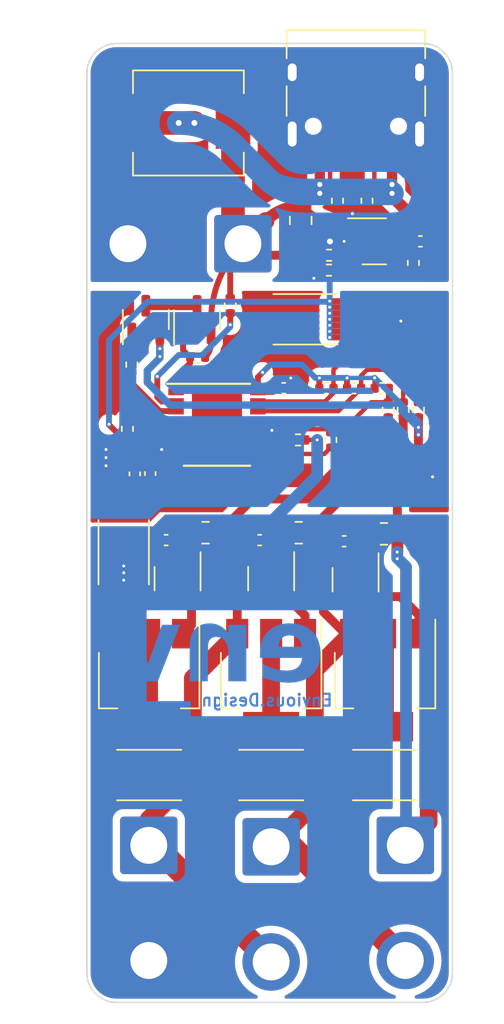
<source format=kicad_pcb>
(kicad_pcb (version 20221018) (generator pcbnew)
  (layers (0 "F.Cu" signal) (31 "B.Cu" signal) (34 "B.Paste" user) (35 "F.Paste" user) (36 "B.SilkS" user "B.Silkscreen") (37 "F.SilkS" user "F.Silkscreen") (38 "B.Mask" user) (39 "F.Mask" user) (44 "Edge.Cuts" user))
  (net 0 "")
  (net 1 "Net-(BAT1-Pin_1)")
  (net 2 "GND")
  (net 3 "Net-(U3-VDD)")
  (net 4 "VBUS")
  (net 5 "+12V")
  (net 6 "Net-(J1-CC1)")
  (net 10 "Net-(J1-CC2)")
  (net 14 "Net-(Q1-G)")
  (net 15 "Net-(Q1-D)")
  (net 16 "Net-(Q2-G)")
  (net 17 "Net-(Q3-G)")
  (net 18 "Net-(Q3-D)")
  (net 19 "Net-(Q4-G)")
  (net 20 "Net-(Q4-D)")
  (net 21 "Net-(Q5-G)")
  (net 32 "Net-(U9-VMP)")
  (net 33 "Net-(U9-VCC2)")
  (net 34 "Net-(U9-VCC1)")
  (net 35 "Net-(U9-DOP)")
  (net 36 "Net-(U4-FB)")
  (net 37 "Net-(U2-VDD)")
  (net 38 "Net-(Q2-D)")
  (net 39 "Net-(BAT2-Pin_1)")
  (net 42 "Net-(U9-VINI)")
  (net 43 "Net-(U9-VCC3)")
  (net 44 "Net-(U9-SEL)")
  (net 45 "Net-(U9-CTL)")
  (net 46 "Net-(U9-CDT)")
  (net 47 "Net-(U9-CCT)")
  (net 48 "Net-(U4-EN)")
  (net 49 "Net-(U1-VDD)")
  (net 50 "Net-(BAT1-Pin_2)")
  (net 51 "/VDD")
  (net 52 "/VSS")
  (footprint "Package_TO_SOT_SMD:SOT-223-3_TabPin2" (layer "F.Cu") (at 37.975 61.875 -90)
    (fp_text reference "Q3")
    (fp_text value "BSP89")
  )
  (footprint "Capacitor_SMD:C_0402_1005Metric" (layer "F.Cu") (at 37.75 42.1)
    (fp_text reference "C8")
    (fp_text value "0.1uF 0402")
  )
  (footprint "Resistor_SMD:R_0402_1005Metric" (layer "F.Cu") (at 20.8 40.5 90)
    (fp_text reference "R21")
    (fp_text value "5.1K 0402")
  )
  (footprint "Resistor_SMD:R_0402_1005Metric" (layer "F.Cu") (at 34.18 33.09)
    (fp_text reference "R10")
    (fp_text value "62K 0402")
  )
  (footprint "Capacitor_SMD:C_0402_1005Metric" (layer "F.Cu") (at 29.475 52.3875 180)
    (fp_text reference "C2")
    (fp_text value "0.1uF 0402")
  )
  (footprint "Capacitor_SMD:C_0402_1005Metric" (layer "F.Cu") (at 35.2 52.4625 180)
    (fp_text reference "C3")
    (fp_text value "0.1uF 0402")
  )
  (footprint "Resistor_SMD:R_0805_2012Metric" (layer "F.Cu") (at 25.8 51.8875 180)
    (fp_text reference "R2")
    (fp_text value "100 0805")
  )
  (footprint "Package_TO_SOT_SMD:SOT-23-6" (layer "F.Cu") (at 30.25 55 -90)
    (fp_text reference "U2")
    (fp_text value "HY2213")
  )
  (footprint "Resistor_SMD:R_2512_6332Metric" (layer "F.Cu") (at 20.25 53.2125 90)
    (fp_text reference "R103")
    (fp_text value "51r 2512")
  )
  (footprint "Resistor_SMD:R_2512_6332Metric" (layer "F.Cu") (at 37.975 68.3 180)
    (fp_text reference "R6")
    (fp_text value "47 2512")
  )
  (footprint "Connector_USB:USB_C_Receptacle_HRO_TYPE-C-31-M-12" (layer "F.Cu") (at 36 21.75 180)
    (fp_text reference "J1")
    (fp_text value "USB_C_Receptacle_USB2.0")
  )
  (footprint "Connector_Wire:SolderWire-2sqmm_1x02_P7.8mm_D2mm_OD3.9mm" (layer "F.Cu") (at 30.25 73.1625 -90)
    (fp_text reference "BAT2")
    (fp_text value "Conn_01x02")
  )
  (footprint "Capacitor_SMD:C_0402_1005Metric" (layer "F.Cu") (at 22.05 47.88 -90)
    (fp_text reference "C9")
    (fp_text value "0.1uF 0402")
  )
  (footprint "Resistor_SMD:R_0402_1005Metric" (layer "F.Cu") (at 20.5 44.85 90)
    (fp_text reference "R20")
    (fp_text value "1K 0402")
  )
  (footprint "Inductor_SMD:L_Sunlord_MWSA0605S" (layer "F.Cu") (at 24.638 24.13)
    (fp_text reference "L1")
    (fp_text value "22uH 10A ")
  )
  (footprint "Resistor_SMD:R_0402_1005Metric" (layer "F.Cu") (at 34.75 29.4 90)
    (fp_text reference "R9")
    (fp_text value "5.1K 0402")
  )
  (footprint "Resistor_SMD:R_0805_2012Metric" (layer "F.Cu") (at 37.9 51.9625 180)
    (fp_text reference "R5")
    (fp_text value "100 0805")
  )
  (footprint "Package_TO_SOT_SMD:SOT-23-6" (layer "F.Cu") (at 37.25 32.15)
    (fp_text reference "U4")
    (fp_text value "MT3608")
  )
  (footprint "Package_TO_SOT_SMD:SOT-23" (layer "F.Cu") (at 25.225 37.4625 90)
    (fp_text reference "Q4")
    (fp_text value "AO3401A")
  )
  (footprint "Capacitor_SMD:C_0402_1005Metric" (layer "F.Cu") (at 23.125 52.3875 180)
    (fp_text reference "C1")
    (fp_text value "0.1uF 0402")
  )
  (footprint "Resistor_SMD:R_0402_1005Metric" (layer "F.Cu") (at 25.259999 40)
    (fp_text reference "R23")
    (fp_text value "1M 0402")
  )
  (footprint "Connector_Wire:SolderWire-2sqmm_1x02_P7.8mm_D2mm_OD3.9mm" (layer "F.Cu") (at 39.35 73.0625 -90)
    (fp_text reference "BAT3")
    (fp_text value "Conn_01x02")
  )
  (footprint "Package_SO:HTSSOP-16-1EP_4.4x5mm_P0.65mm_EP3.4x5mm" (layer "F.Cu") (at 26.575 44.625)
    (fp_text reference "U9")
    (fp_text value "8254")
  )
  (footprint "Capacitor_SMD:C_0402_1005Metric" (layer "F.Cu") (at 31.105 42.1)
    (fp_text reference "C11")
    (fp_text value "2.2uF 0402")
  )
  (footprint "Capacitor_SMD:C_0402_1005Metric" (layer "F.Cu") (at 35.875 42.1)
    (fp_text reference "C7")
    (fp_text value "0.1uF 0402")
  )
  (footprint "Resistor_SMD:R_2512_6332Metric" (layer "F.Cu") (at 21.975001 68.3 180)
    (fp_text reference "R1")
    (fp_text value "47 2512")
  )
  (footprint "Capacitor_SMD:C_0402_1005Metric" (layer "F.Cu") (at 34 42.1)
    (fp_text reference "C6")
    (fp_text value "0.1uF 0402")
  )
  (footprint "Package_TO_SOT_SMD:SOT-223-3_TabPin2" (layer "F.Cu") (at 21.975001 61.875 -90)
    (fp_text reference "Q1")
    (fp_text value "BSP89")
  )
  (footprint "Resistor_SMD:R_0402_1005Metric" (layer "F.Cu") (at 36.75 29.4 90)
    (fp_text reference "R8")
    (fp_text value "5.1K 0402")
  )
  (footprint "Resistor_SMD:R_0402_1005Metric" (layer "F.Cu") (at 32.075 45.6)
    (fp_text reference "R19")
    (fp_text value "1K 0402")
  )
  (footprint "Package_TO_SOT_SMD:SOT-223-3_TabPin2" (layer "F.Cu") (at 30.25 61.875 -90)
    (fp_text reference "Q2")
    (fp_text value "BSP89")
  )
  (footprint "Resistor_SMD:R_0402_1005Metric" (layer "F.Cu") (at 38.19 43.56 -90)
    (fp_text reference "R25")
    (fp_text value "1K 0402")
  )
  (footprint "Capacitor_SMD:C_0805_2012Metric" (layer "F.Cu") (at 32.258 30.734 -90)
    (fp_text reference "C5")
    (fp_text value "22uF 0805 25V")
  )
  (footprint "Package_TO_SOT_SMD:SOT-23-6" (layer "F.Cu") (at 35.975 55.074999 -90)
    (fp_text reference "U3")
    (fp_text value "HY2213")
  )
  (footprint "Resistor_SMD:R_0402_1005Metric" (layer "F.Cu") (at 40.24 43.56 -90)
    (fp_text reference "R27")
    (fp_text value "1K 0402")
  )
  (footprint "Resistor_SMD:R_0402_1005Metric" (layer "F.Cu") (at 34.17 34.1 180)
    (fp_text reference "R11")
    (fp_text value "3K 0402")
  )
  (footprint "Resistor_SMD:R_0402_1005Metric" (layer "F.Cu") (at 39.21 43.56 -90)
    (fp_text reference "R26")
    (fp_text value "1K 0402")
  )
  (footprint "Package_TO_SOT_SMD:SOT-23-6" (layer "F.Cu") (at 23.9 55 -90)
    (fp_text reference "U1")
    (fp_text value "HY2213")
  )
  (footprint "Resistor_SMD:R_0402_1005Metric" (layer "F.Cu") (at 39.9 33.61 90)
    (fp_text reference "R7")
    (fp_text value "10K 0402")
  )
  (footprint "Connector_Wire:SolderWire-2sqmm_1x02_P7.8mm_D2mm_OD3.9mm" (layer "F.Cu") (at 28.3348 32.3088 180)
    (fp_text reference "J101")
    (fp_text value "Conn_01x02")
  )
  (footprint "Package_TO_SOT_SMD:SOT-23" (layer "F.Cu") (at 21.75 37.45 90)
    (fp_text reference "Q5")
    (fp_text value "AO3401A")
  )
  (footprint "Resistor_SMD:R_0402_1005Metric" (layer "F.Cu") (at 27.475 36.5 90)
    (fp_text reference "R22")
    (fp_text value "5.1K 0402")
  )
  (footprint "Capacitor_SMD:C_0402_1005Metric" (layer "F.Cu") (at 21 47.9 -90)
    (fp_text reference "C10")
    (fp_text value "0.1uF 0402")
  )
  (footprint "Connector_Wire:SolderWire-2sqmm_1x02_P7.8mm_D2mm_OD3.9mm" (layer "F.Cu") (at 21.95 73.0625 -90)
    (fp_text reference "BAT1")
    (fp_text value "Conn_01x02")
  )
  (footprint "Resistor_SMD:R_0402_1005Metric" (layer "F.Cu") (at 34.3 45.6 90)
    (fp_text reference "R18")
    (fp_text value "1K 0402")
  )
  (footprint "Resistor_SMD:R_2512_6332Metric" (layer "F.Cu") (at 32.58 37.43 180)
    (fp_text reference "R24")
    (fp_text value "0r 2512")
  )
  (footprint "Resistor_SMD:R_2512_6332Metric" (layer "F.Cu") (at 30.25 68.3 180)
    (fp_text reference "R4")
    (fp_text value "47 2512")
  )
  (footprint "Capacitor_SMD:C_0402_1005Metric" (layer "F.Cu") (at 40.37 32.15)
    (fp_text reference "C4")
    (fp_text value "22uF 0402")
  )
  (footprint "Resistor_SMD:R_0805_2012Metric" (layer "F.Cu") (at 32.124999 51.8875 180)
    (fp_text reference "R3")
    (fp_text value "100 0805")
  )
  (gr_arc (start 17.75 20.75) (mid 18.335786 19.335786) (end 19.75 18.75) (stroke (width 0.1)) (layer "Edge.Cuts"))
  (gr_line (start 40.55 83.7) (end 19.75 83.7) (stroke (width 0.1)) (layer "Edge.Cuts"))
  (gr_line (start 42.55 20.75) (end 42.55 81.7) (stroke (width 0.1)) (layer "Edge.Cuts"))
  (gr_arc (start 19.75 83.7) (mid 18.335786 83.114214) (end 17.75 81.7) (stroke (width 0.1)) (layer "Edge.Cuts"))
  (gr_arc (start 40.55 18.75) (mid 41.964214 19.335786) (end 42.55 20.75) (stroke (width 0.1)) (layer "Edge.Cuts"))
  (gr_line (start 17.75 81.7) (end 17.75 20.75) (stroke (width 0.1)) (layer "Edge.Cuts"))
  (gr_arc (start 42.55 81.7) (mid 41.964214 83.114214) (end 40.55 83.7) (stroke (width 0.1)) (layer "Edge.Cuts"))
  (gr_line (start 19.75 18.75) (end 40.55 18.75) (stroke (width 0.1)) (layer "Edge.Cuts"))
  (gr_text "env" (at 33.9 62.8) (layer "B.Cu") (effects (font (size 5 5) (thickness 0.15) bold) (justify left bottom mirror)))
  (gr_text "Envious.Design" (at 34.5 63.7) (layer "B.Cu") (effects (font (size 0.8 0.8) (thickness 0.15) bold) (justify left bottom mirror)))
  (segment (start 27.95 55.2125) (end 29.3 53.8625) (width 0.6) (layer "F.Cu") (net 1))
  (segment (start 21.95 71.287501) (end 24.937501 68.3) (width 1.2) (layer "F.Cu") (net 1))
  (segment (start 30.55 49.6) (end 32.66 49.6) (width 0.6) (layer "F.Cu") (net 1))
  (segment (start 28.495 51.8875) (end 27.75 51.8875) (width 0.6) (layer "F.Cu") (net 1))
  (segment (start 26.7125 51.8875) (end 27.75 51.8875) (width 0.6) (layer "F.Cu") (net 1))
  (segment (start 26.7125 51.8875) (end 27.25 51.8875) (width 0.4) (layer "F.Cu") (net 1))
  (segment (start 24.937501 68.3) (end 24.937501 61.737499) (width 1.2) (layer "F.Cu") (net 1))
  (segment (start 21.95 73.0625) (end 22.35 73.0625) (width 1.6) (layer "F.Cu") (net 1))
  (segment (start 31 49.6) (end 32.66 49.6) (width 0.4) (layer "F.Cu") (net 1))
  (segment (start 32.66 49.6) (end 33.93 48.33) (width 0.6) (layer "F.Cu") (net 1))
  (segment (start 28.995 52.3875) (end 28.495 51.8875) (width 0.6) (layer "F.Cu") (net 1))
  (segment (start 33.93 48.33) (end 38.19 44.07) (width 0.6) (layer "F.Cu") (net 1))
  (segment (start 26.7125 51.8875) (end 29 49.6) (width 0.6) (layer "F.Cu") (net 1))
  (segment (start 21.95 73.0625) (end 21.95 71.287501) (width 1.2) (layer "F.Cu") (net 1))
  (segment (start 28.995 53.5575) (end 28.995 52.3875) (width 0.6) (layer "F.Cu") (net 1))
  (segment (start 29 49.6) (end 30.55 49.6) (width 0.6) (layer "F.Cu") (net 1))
  (segment (start 27.95 58.725) (end 27.95 55.2125) (width 0.6) (layer "F.Cu") (net 1))
  (segment (start 30.55 49.6) (end 31 49.6) (width 0.6) (layer "F.Cu") (net 1))
  (segment (start 24.937501 61.737499) (end 27.95 58.725) (width 1.2) (layer "F.Cu") (net 1))
  (segment (start 29.3 53.8625) (end 28.995 53.5575) (width 0.6) (layer "F.Cu") (net 1))
  (segment (start 22.35 73.0625) (end 30.25 80.9625) (width 1.6) (layer "F.Cu") (net 1))
  (segment (start 27.75 51.8875) (end 27.25 51.8875) (width 0.6) (layer "F.Cu") (net 1))
  (segment (start 35.2 32.15) (end 35.22 32.13) (width 0.6) (layer "F.Cu") (net 2))
  (segment (start 20.04 45.36) (end 19.37 44.69) (width 0.4) (layer "F.Cu") (net 2))
  (segment (start 32.75 25.795) (end 32.595 25.795) (width 0.4) (layer "F.Cu") (net 2))
  (segment (start 36.1125 32.15) (end 34.2456 32.15) (width 0.6) (layer "F.Cu") (net 2))
  (segment (start 37.2364 30.6832) (end 37.2364 31.670114) (width 0.15) (layer "F.Cu") (net 2))
  (segment (start 39.25 25.795) (end 39.405 25.795) (width 0.4) (layer "F.Cu") (net 2))
  (segment (start 35.5425 37.02) (end 35.5425 37.43) (width 0.4) (layer "F.Cu") (net 2))
  (segment (start 35.5425 38.25) (end 35.5425 37.43) (width 0.4) (layer "F.Cu") (net 2))
  (segment (start 35.5425 37.84) (end 35.5425 37.43) (width 0.4) (layer "F.Cu") (net 2))
  (segment (start 19.25 44.57) (end 19.25 44.54) (width 0.4) (layer "F.Cu") (net 2))
  (segment (start 36.1125 32.15) (end 36.756514 32.15) (width 0.15) (layer "F.Cu") (net 2))
  (segment (start 34.22 36.61) (end 35.5425 36.61) (width 0.4) (layer "F.Cu") (net 2))
  (segment (start 35.5425 36.61) (end 35.5425 37.43) (width 0.4) (layer "F.Cu") (net 2))
  (segment (start 36.0925 32.13) (end 36.1125 32.15) (width 0.6) (layer "F.Cu") (net 2))
  (segment (start 34.2456 32.15) (end 34.2392 32.1564) (width 0.6) (layer "F.Cu") (net 2))
  (segment (start 35.22 32.13) (end 36.0925 32.13) (width 0.6) (layer "F.Cu") (net 2))
  (segment (start 34.22 36.2) (end 35.5425 36.2) (width 0.4) (layer "F.Cu") (net 2))
  (segment (start 34.22 37.02) (end 35.5425 37.02) (width 0.4) (layer "F.Cu") (net 2))
  (segment (start 35.5425 36.2) (end 35.5425 37.43) (width 0.4) (layer "F.Cu") (net 2))
  (segment (start 34.22 37.84) (end 35.5425 37.84) (width 0.4) (layer "F.Cu") (net 2))
  (segment (start 34.22 38.66) (end 35.5425 38.66) (width 0.4) (layer "F.Cu") (net 2))
  (segment (start 34.65 32.13) (end 35.18 32.13) (width 0.6) (layer "F.Cu") (net 2))
  (segment (start 34.22 38.25) (end 35.5425 38.25) (width 0.4) (layer "F.Cu") (net 2))
  (segment (start 34.22 37.43) (end 35.5425 37.43) (width 0.4) (layer "F.Cu") (net 2))
  (segment (start 35.5425 38.66) (end 35.5425 37.43) (width 0.4) (layer "F.Cu") (net 2))
  (segment (start 19.37 44.69) (end 19.25 44.57) (width 0.4) (layer "F.Cu") (net 2))
  (segment (start 20.5 45.36) (end 20.04 45.36) (width 0.4) (layer "F.Cu") (net 2))
  (segment (start 34.2392 32.1564) (end 34.2328 32.15) (width 0.6) (layer "F.Cu") (net 2))
  (segment (start 36.75 29.91) (end 37.033601 30.193601) (width 0.15) (layer "F.Cu") (net 2))
  (segment (start 35.18 32.13) (end 35.2 32.15) (width 0.6) (layer "F.Cu") (net 2))
  (segment (start 34.2328 32.15) (end 33.383023 32.15) (width 0.6) (layer "F.Cu") (net 2))
  (via (at 35.7632 30.2768) (size 0.4) (drill 0.2) (layers "F.Cu" "B.Cu") (net 2))
  (via (at 34.22 36.2) (size 0.4) (drill 0.2) (layers "F.Cu" "B.Cu") (net 2))
  (via (at 34.22 37.02) (size 0.4) (drill 0.2) (layers "F.Cu" "B.Cu") (net 2))
  (via (at 34.2392 32.1564) (size 0.8) (drill 0.4) (layers "F.Cu" "B.Cu") (net 2))
  (via (at 19.25 44.54) (size 0.4) (drill 0.2) (layers "F.Cu" "B.Cu") (net 2))
  (via (at 34.22 38.25) (size 0.4) (drill 0.2) (layers "F.Cu" "B.Cu") (net 2))
  (via (at 33.15 34.65) (size 0.4) (drill 0.2) (layers "F.Cu" "B.Cu") (net 2))
  (via (at 34.22 36.61) (size 0.4) (drill 0.2) (layers "F.Cu" "B.Cu") (net 2))
  (via (at 35.2 32.15) (size 0.4) (drill 0.2) (layers "F.Cu" "B.Cu") (net 2))
  (via (at 34.22 37.84) (size 0.4) (drill 0.2) (layers "F.Cu" "B.Cu") (net 2))
  (via (at 34.22 37.43) (size 0.4) (drill 0.2) (layers "F.Cu" "B.Cu") (net 2))
  (via (at 34.22 38.66) (size 0.4) (drill 0.2) (layers "F.Cu" "B.Cu") (net 2))
  (arc (start 33.383023 32.15) (mid 32.774165 32.02889) (end 32.258 31.684) (width 0.6) (layer "F.Cu") (net 2))
  (arc (start 37.033601 30.193601) (mid 37.183694 30.418231) (end 37.2364 30.6832) (width 0.15) (layer "F.Cu") (net 2))
  (arc (start 32.595 25.795) (mid 31.947997 25.527003) (end 31.68 24.88) (width 0.4) (layer "F.Cu") (net 2))
  (arc (start 37.2364 31.670114) (mid 37.095845 32.009445) (end 36.756514 32.15) (width 0.15) (layer "F.Cu") (net 2))
  (arc (start 39.405 25.795) (mid 40.052003 25.527003) (end 40.32 24.88) (width 0.4) (layer "F.Cu") (net 2))
  (segment (start 19.25 44.54) (end 19.25 38.85) (width 0.4) (layer "B.Cu") (net 2))
  (segment (start 34.22 32.15) (end 35.2 32.15) (width 0.4) (layer "B.Cu") (net 2))
  (segment (start 34.05 36.24) (end 34.22 36.41) (width 0.4) (layer "B.Cu") (net 2))
  (segment (start 34.22 38.66) (end 34.22 36.41) (width 0.4) (layer "B.Cu") (net 2))
  (segment (start 21.86 36.24) (end 34.05 36.24) (width 0.4) (layer "B.Cu") (net 2))
  (segment (start 19.25 38.85) (end 21.86 36.24) (width 0.4) (layer "B.Cu") (net 2))
  (segment (start 34.22 36.41) (end 34.22 32.15) (width 0.4) (layer "B.Cu") (net 2))
  (segment (start 35.975 52.7575) (end 35.975 53.937499) (width 0.4) (layer "F.Cu") (net 3))
  (segment (start 35.68 52.4625) (end 35.975 52.7575) (width 0.4) (layer "F.Cu") (net 3))
  (segment (start 36.9875 51.9625) (end 36.18 51.9625) (width 0.4) (layer "F.Cu") (net 3))
  (segment (start 36.18 51.9625) (end 35.68 52.4625) (width 0.4) (layer "F.Cu") (net 3))
  (segment (start 33.55 28.3) (end 33.55 28.9) (width 0.7) (layer "F.Cu") (net 4))
  (segment (start 21.613 24.13) (end 23.9268 24.13) (width 1.6) (layer "F.Cu") (net 4))
  (segment (start 23.9268 24.13) (end 23.9776 24.13) (width 1.6) (layer "F.Cu") (net 4))
  (segment (start 39.89 32.15) (end 39.89 33.09) (width 0.6) (layer "F.Cu") (net 4))
  (segment (start 39.89 32.15) (end 38.3875 32.15) (width 0.6) (layer "F.Cu") (net 4))
  (segment (start 38.45 29.1) (end 38.45 28.3) (width 0.8) (layer "F.Cu") (net 4))
  (segment (start 39.89 32.15) (end 39.89 30.54) (width 0.8) (layer "F.Cu") (net 4))
  (segment (start 33.55 25.795) (end 33.55 28.3) (width 0.7) (layer "F.Cu") (net 4))
  (segment (start 38.45 28.3) (end 38.45 25.795) (width 0.7) (layer "F.Cu") (net 4))
  (segment (start 23.9776 24.13) (end 25.0444 24.13) (width 1.6) (layer "F.Cu") (net 4))
  (segment (start 38.45 28.9) (end 38.45 28.3) (width 0.7) (layer "F.Cu") (net 4))
  (segment (start 39.89 30.54) (end 38.45 29.1) (width 0.8) (layer "F.Cu") (net 4))
  (segment (start 39.89 33.09) (end 39.9 33.1) (width 0.6) (layer "F.Cu") (net 4))
  (via (at 38.45 28.3) (size 0.6) (drill 0.35) (layers "F.Cu" "B.Cu") (net 4))
  (via (at 38.45 28.9) (size 0.6) (drill 0.35) (layers "F.Cu" "B.Cu") (net 4))
  (via (at 23.9776 24.13) (size 0.8) (drill 0.4) (layers "F.Cu" "B.Cu") (net 4))
  (via (at 33.55 28.9) (size 0.6) (drill 0.35) (layers "F.Cu" "B.Cu") (net 4))
  (via (at 33.55 28.3) (size 0.6) (drill 0.35) (layers "F.Cu" "B.Cu") (net 4))
  (via (at 25.0444 24.13) (size 0.8) (drill 0.4) (layers "F.Cu" "B.Cu") (net 4))
  (segment (start 29.972 27.8892) (end 28.833937 26.751137) (width 1.6) (layer "B.Cu") (net 4))
  (segment (start 38.45 28.9) (end 33.55 28.9) (width 0.7) (layer "B.Cu") (net 4))
  (segment (start 33.55 28.3) (end 38.45 28.3) (width 0.7) (layer "B.Cu") (net 4))
  (segment (start 38.45 28.9) (end 32.412287 28.9) (width 1.6) (layer "B.Cu") (net 4))
  (segment (start 28.833937 26.751137) (end 27.793326 25.710526) (width 1.6) (layer "B.Cu") (net 4))
  (segment (start 38.45 28.3) (end 32.573223 28.3) (width 0.8) (layer "B.Cu") (net 4))
  (arc (start 32.412287 28.9) (mid 31.091614 28.637302) (end 29.972 27.8892) (width 1.6) (layer "B.Cu") (net 4))
  (arc (start 27.793326 25.710526) (mid 26.042656 24.540766) (end 23.9776 24.13) (width 1.6) (layer "B.Cu") (net 4))
  (arc (start 32.573223 28.3) (mid 30.549536 27.897464) (end 28.833937 26.751137) (width 0.8) (layer "B.Cu") (net 4))
  (segment (start 29.870782 30.772818) (end 28.3348 32.3088) (width 1.2) (layer "F.Cu") (net 5))
  (segment (start 33.67 33.09) (end 30.220783 33.09) (width 0.6) (layer "F.Cu") (net 5))
  (segment (start 26.175 39.022242) (end 26.175 38.4) (width 0.4) (layer "F.Cu") (net 5))
  (segment (start 27.475 34.38454) (end 27.475 35.99) (width 0.4) (layer "F.Cu") (net 5))
  (segment (start 27.663 24.13) (end 27.663 30.686932) (width 1.6) (layer "F.Cu") (net 5))
  (segment (start 36.1125 31.2) (end 35.676526 31.2) (width 0.6) (layer "F.Cu") (net 5))
  (segment (start 26.175 37.523018) (end 26.175 38.4) (width 0.4) (layer "F.Cu") (net 5))
  (arc (start 28.3348 32.3088) (mid 26.736314 34.701103) (end 26.175 37.523018) (width 0.4) (layer "F.Cu") (net 5))
  (arc (start 30.220783 33.09) (mid 29.200097 32.886972) (end 28.3348 32.3088) (width 0.6) (layer "F.Cu") (net 5))
  (arc (start 25.769999 40) (mid 26.069744 39.551402) (end 26.175 39.022242) (width 0.4) (layer "F.Cu") (net 5))
  (arc (start 28.3348 32.3088) (mid 27.698455 33.261157) (end 27.475 34.38454) (width 0.4) (layer "F.Cu") (net 5))
  (arc (start 27.663 30.686932) (mid 27.837595 31.56468) (end 28.3348 32.3088) (width 1.6) (layer "F.Cu") (net 5))
  (arc (start 32.258 29.784) (mid 30.966047 30.040985) (end 29.870782 30.772818) (width 0.8) (layer "F.Cu") (net 5))
  (arc (start 35.676526 31.2) (mid 33.826434 30.831993) (end 32.258 29.784) (width 0.6) (layer "F.Cu") (net 5))
  (segment (start 36.75 28.89) (end 37.25 28.39) (width 0.3) (layer "F.Cu") (net 6))
  (segment (start 37.25 28.39) (end 37.25 25.795) (width 0.3) (layer "F.Cu") (net 6))
  (segment (start 34.25 25.795) (end 34.25 28.39) (width 0.3) (layer "F.Cu") (net 10))
  (segment (start 34.25 28.39) (end 34.75 28.89) (width 0.3) (layer "F.Cu") (net 10))
  (segment (start 24.85 58.150001) (end 24.275001 58.725) (width 0.6) (layer "F.Cu") (net 14))
  (segment (start 24.85 56.1375) (end 24.85 58.150001) (width 0.6) (layer "F.Cu") (net 14))
  (segment (start 21.975001 65.025) (end 19.012501 67.9875) (width 1.2) (layer "F.Cu") (net 15))
  (segment (start 21.975001 65.025) (end 21.975001 58.725) (width 1.2) (layer "F.Cu") (net 15))
  (segment (start 19.012501 67.9875) (end 19.012501 68.3) (width 1.2) (layer "F.Cu") (net 15))
  (segment (start 31.2 56.1375) (end 32.55 57.4875) (width 0.6) (layer "F.Cu") (net 16))
  (segment (start 32.55 57.4875) (end 32.55 58.725) (width 0.6) (layer "F.Cu") (net 16))
  (segment (start 40.275 57.475) (end 40.275 58.725) (width 0.6) (layer "F.Cu") (net 17))
  (segment (start 39.012499 56.212499) (end 40.275 57.475) (width 0.6) (layer "F.Cu") (net 17))
  (segment (start 36.925 56.212499) (end 39.012499 56.212499) (width 0.6) (layer "F.Cu") (net 17))
  (segment (start 35.0125 67.9875) (end 37.975 65.025) (width 1.2) (layer "F.Cu") (net 18))
  (segment (start 35.0125 68.3) (end 35.0125 67.9875) (width 1.2) (layer "F.Cu") (net 18))
  (segment (start 37.975 65.025) (end 37.975 58.725) (width 1.2) (layer "F.Cu") (net 18))
  (segment (start 24.749999 40) (end 24.275 39.525001) (width 0.4) (layer "F.Cu") (net 19))
  (segment (start 23.8 41.35) (end 23.8 42.35) (width 0.4) (layer "F.Cu") (net 19))
  (segment (start 24.749999 40) (end 24.749999 40.400001) (width 0.4) (layer "F.Cu") (net 19))
  (segment (start 24.749999 40.400001) (end 23.8 41.35) (width 0.4) (layer "F.Cu") (net 19))
  (segment (start 24.275 39.525001) (end 24.275 38.4) (width 0.4) (layer "F.Cu") (net 19))
  (segment (start 21.75 36.5125) (end 25.2125 36.5125) (width 0.6) (layer "F.Cu") (net 20))
  (segment (start 25.2125 36.5125) (end 25.225 36.525) (width 0.6) (layer "F.Cu") (net 20))
  (segment (start 20.8 38.3875) (end 20.8 39.99) (width 0.4) (layer "F.Cu") (net 21))
  (segment (start 22.527818 42.7) (end 22.827818 43) (width 0.4) (layer "F.Cu") (net 32))
  (segment (start 22.827818 43) (end 23.8 43) (width 0.4) (layer "F.Cu") (net 32))
  (segment (start 22.527818 41.3) (end 22.527818 42.7) (width 0.4) (layer "F.Cu") (net 32))
  (segment (start 27.475 37.8) (end 27.475 37.01) (width 0.4) (layer "F.Cu") (net 32))
  (via (at 27.475 37.8) (size 0.4) (drill 0.2) (layers "F.Cu" "B.Cu") (net 32))
  (via (at 22.527818 41.3) (size 0.4) (drill 0.2) (layers "F.Cu" "B.Cu") (net 32))
  (segment (start 23.977818 39.85) (end 25.575 39.85) (width 0.4) (layer "B.Cu") (net 32))
  (segment (start 22.527818 41.3) (end 23.977818 39.85) (width 0.4) (layer "B.Cu") (net 32))
  (segment (start 25.575 39.85) (end 27.475 37.95) (width 0.4) (layer "B.Cu") (net 32))
  (segment (start 27.475 37.95) (end 27.475 37.8) (width 0.4) (layer "B.Cu") (net 32))
  (segment (start 34.805 43.65) (end 36.355 42.1) (width 0.3) (layer "F.Cu") (net 33))
  (segment (start 36.75 40.85) (end 36.355 41.245) (width 0.3) (layer "F.Cu") (net 33))
  (segment (start 29.35 43.65) (end 34.805 43.65) (width 0.3) (layer "F.Cu") (net 33))
  (segment (start 39.21 41.55) (end 38.51 40.85) (width 0.3) (layer "F.Cu") (net 33))
  (segment (start 36.355 41.245) (end 36.355 42.1) (width 0.3) (layer "F.Cu") (net 33))
  (segment (start 38.51 40.85) (end 36.75 40.85) (width 0.3) (layer "F.Cu") (net 33))
  (segment (start 39.21 43.04) (end 39.21 41.55) (width 0.3) (layer "F.Cu") (net 33))
  (segment (start 34.925 40.4) (end 39.725 40.4) (width 0.3) (layer "F.Cu") (net 34))
  (segment (start 34.48 42.1) (end 34.48 40.845) (width 0.3) (layer "F.Cu") (net 34))
  (segment (start 34.48 42.42) (end 34.48 42.1) (width 0.3) (layer "F.Cu") (net 34))
  (segment (start 29.35 43) (end 33.9 43) (width 0.3) (layer "F.Cu") (net 34))
  (segment (start 34.48 40.845) (end 34.925 40.4) (width 0.3) (layer "F.Cu") (net 34))
  (segment (start 39.725 40.4) (end 40.24 40.915) (width 0.3) (layer "F.Cu") (net 34))
  (segment (start 33.9 43) (end 34.48 42.42) (width 0.3) (layer "F.Cu") (net 34))
  (segment (start 40.24 40.915) (end 40.24 43.05) (width 0.3) (layer "F.Cu") (net 34))
  (segment (start 20.8 41.75) (end 22.7 43.65) (width 0.4) (layer "F.Cu") (net 35))
  (segment (start 22.7 43.65) (end 23.8 43.65) (width 0.4) (layer "F.Cu") (net 35))
  (segment (start 20.8 41.01) (end 20.8 41.75) (width 0.4) (layer "F.Cu") (net 35))
  (segment (start 36.1125 33.1) (end 34.7 33.1) (width 0.6) (layer "F.Cu") (net 36))
  (segment (start 34.68 34.1) (end 34.68 33.1) (width 0.6) (layer "F.Cu") (net 36))
  (segment (start 34.7 33.1) (end 34.69 33.09) (width 0.6) (layer "F.Cu") (net 36))
  (segment (start 34.68 33.1) (end 34.69 33.09) (width 0.6) (layer "F.Cu") (net 36))
  (segment (start 30.712499 52.3875) (end 31.212499 51.8875) (width 0.6) (layer "F.Cu") (net 37))
  (segment (start 30.25 52.6825) (end 29.955 52.3875) (width 0.4) (layer "F.Cu") (net 37))
  (segment (start 30.25 52.6825) (end 30.25 53.8625) (width 0.6) (layer "F.Cu") (net 37))
  (segment (start 29.955 52.3875) (end 30.712499 52.3875) (width 0.6) (layer "F.Cu") (net 37))
  (segment (start 30.25 65.025) (end 30.25 58.725) (width 1.2) (layer "F.Cu") (net 38))
  (segment (start 27.2875 68.3) (end 27.2875 67.9875) (width 1.2) (layer "F.Cu") (net 38))
  (segment (start 27.2875 67.9875) (end 30.25 65.025) (width 1.2) (layer "F.Cu") (net 38))
  (segment (start 33.8 55.162499) (end 35.025 53.937499) (width 0.6) (layer "F.Cu") (net 39))
  (segment (start 35.275 58.725) (end 33.8 57.25) (width 0.6) (layer "F.Cu") (net 39))
  (segment (start 34.72 53.632499) (end 34.72 52.4625) (width 0.6) (layer "F.Cu") (net 39))
  (segment (start 39.21 44.07) (end 39.21 45.39) (width 0.6) (layer "F.Cu") (net 39))
  (segment (start 34.72 52.4625) (end 33.612499 52.4625) (width 0.6) (layer "F.Cu") (net 39))
  (segment (start 31.65 73.1625) (end 39.35 80.8625) (width 1.6) (layer "F.Cu") (net 39))
  (segment (start 33.2125 61.1875) (end 33.2125 68.3) (width 1.2) (layer "F.Cu") (net 39))
  (segment (start 33.8 57.25) (end 33.8 55.162499) (width 0.6) (layer "F.Cu") (net 39))
  (segment (start 30.25 73.1625) (end 33.2125 70.2) (width 1.2) (layer "F.Cu") (net 39))
  (segment (start 33.037499 51.8875) (end 33.037499 51.562501) (width 0.6) (layer "F.Cu") (net 39))
  (segment (start 39.21 45.39) (end 34.475 50.125) (width 0.6) (layer "F.Cu") (net 39))
  (segment (start 35.025 53.937499) (end 34.72 53.632499) (width 0.6) (layer "F.Cu") (net 39))
  (segment (start 35.675 58.725) (end 33.2125 61.1875) (width 1.2) (layer "F.Cu") (net 39))
  (segment (start 33.612499 52.4625) (end 33.037499 51.8875) (width 0.6) (layer "F.Cu") (net 39))
  (segment (start 33.037499 51.562501) (end 34.475 50.125) (width 0.6) (layer "F.Cu") (net 39))
  (segment (start 35.675 58.725) (end 35.275 58.725) (width 0.6) (layer "F.Cu") (net 39))
  (segment (start 30.25 73.1625) (end 31.65 73.1625) (width 1.6) (layer "F.Cu") (net 39))
  (segment (start 33.2125 70.2) (end 33.2125 68.3) (width 1.2) (layer "F.Cu") (net 39))
  (segment (start 20.54 44.3) (end 20.5 44.34) (width 0.4) (layer "F.Cu") (net 42))
  (segment (start 23.8 44.3) (end 20.54 44.3) (width 0.4) (layer "F.Cu") (net 42))
  (segment (start 29.35 44.3) (end 29.35 44.4) (width 0.3) (layer "F.Cu") (net 43))
  (segment (start 35.56 44.425) (end 35.665 44.425) (width 0.3) (layer "F.Cu") (net 43))
  (segment (start 38.19 43.05) (end 38.19 42.14) (width 0.3) (layer "F.Cu") (net 43))
  (segment (start 29.375 44.425) (end 35.56 44.425) (width 0.3) (layer "F.Cu") (net 43))
  (segment (start 38.19 42.14) (end 38.23 42.1) (width 0.3) (layer "F.Cu") (net 43))
  (segment (start 29.35 44.4) (end 29.375 44.425) (width 0.3) (layer "F.Cu") (net 43))
  (segment (start 35.665 44.425) (end 37.04 43.05) (width 0.3) (layer "F.Cu") (net 43))
  (segment (start 37.04 43.05) (end 38.19 43.05) (width 0.3) (layer "F.Cu") (net 43))
  (segment (start 30.65 46.25) (end 29.35 46.25) (width 0.3) (layer "F.Cu") (net 44))
  (segment (start 33.86 46.55) (end 30.95 46.55) (width 0.3) (layer "F.Cu") (net 44))
  (segment (start 34.3 46.11) (end 33.86 46.55) (width 0.3) (layer "F.Cu") (net 44))
  (segment (start 30.95 46.55) (end 30.65 46.25) (width 0.3) (layer "F.Cu") (net 44))
  (segment (start 31.565 45.6) (end 29.35 45.6) (width 0.3) (layer "F.Cu") (net 45))
  (segment (start 22.35 44.95) (end 21 46.3) (width 0.3) (layer "F.Cu") (net 46))
  (segment (start 23.8 44.95) (end 22.35 44.95) (width 0.3) (layer "F.Cu") (net 46))
  (segment (start 21 46.3) (end 21 47.42) (width 0.3) (layer "F.Cu") (net 46))
  (segment (start 22 47.35) (end 22 46) (width 0.3) (layer "F.Cu") (net 47))
  (segment (start 22.4 45.6) (end 23.8 45.6) (width 0.3) (layer "F.Cu") (net 47))
  (segment (start 22.05 47.4) (end 22 47.35) (width 0.3) (layer "F.Cu") (net 47))
  (segment (start 22 46) (end 22.4 45.6) (width 0.3) (layer "F.Cu") (net 47))
  (segment (start 39.9 34.12) (end 38.92 34.12) (width 0.6) (layer "F.Cu") (net 48))
  (segment (start 38.3875 33.5875) (end 38.3875 33.1) (width 0.6) (layer "F.Cu") (net 48))
  (segment (start 38.92 34.12) (end 38.3875 33.5875) (width 0.6) (layer "F.Cu") (net 48))
  (segment (start 23.9 52.6825) (end 23.605 52.3875) (width 0.6) (layer "F.Cu") (net 49))
  (segment (start 23.9 53.8625) (end 23.9 52.6825) (width 0.6) (layer "F.Cu") (net 49))
  (segment (start 23.605 52.3875) (end 24.3875 52.3875) (width 0.6) (layer "F.Cu") (net 49))
  (segment (start 24.3875 52.3875) (end 24.8875 51.8875) (width 0.6) (layer "F.Cu") (net 49))
  (segment (start 22.645 53.5575) (end 22.645 52.3875) (width 0.6) (layer "F.Cu") (net 50))
  (segment (start 19.675001 58.725) (end 19.675001 56.749999) (width 1.3) (layer "F.Cu") (net 50))
  (segment (start 22.645 52.3875) (end 22.0025 52.3875) (width 0.6) (layer "F.Cu") (net 50))
  (segment (start 22.95 53.8625) (end 22.645 53.5575) (width 0.6) (layer "F.Cu") (net 50))
  (segment (start 20.25 54.14) (end 20.25 56.175) (width 1.6) (layer "F.Cu") (net 50))
  (segment (start 32.585 45.6) (end 33.375 45.6) (width 0.3) (layer "F.Cu") (net 50))
  (segment (start 22.0025 52.3875) (end 20.25 54.14) (width 0.6) (layer "F.Cu") (net 50))
  (segment (start 19.675001 56.749999) (end 20.25 56.175) (width 1.3) (layer "F.Cu") (net 50))
  (via (at 20.25 55.1) (size 0.4) (drill 0.2) (layers "F.Cu" "B.Cu") (net 50))
  (via (at 33.375 45.6) (size 0.4) (drill 0.2) (layers "F.Cu" "B.Cu") (net 50))
  (via (at 20.25 54.6) (size 0.4) (drill 0.2) (layers "F.Cu" "B.Cu") (net 50))
  (via (at 20.25 54.14) (size 0.4) (drill 0.2) (layers "F.Cu" "B.Cu") (net 50))
  (segment (start 20.25 55.1) (end 20.25 54.14) (width 0.4) (layer "B.Cu") (net 50))
  (segment (start 28.65 52.75) (end 33.375 48.025) (width 0.8) (layer "B.Cu") (net 50))
  (segment (start 33.375 48.025) (end 33.375 45.6) (width 0.8) (layer "B.Cu") (net 50))
  (segment (start 20.25 55.1) (end 20.25 54.3) (width 0.8) (layer "B.Cu") (net 50))
  (segment (start 21.8 52.75) (end 28.65 52.75) (width 0.8) (layer "B.Cu") (net 50))
  (segment (start 20.25 54.3) (end 21.8 52.75) (width 0.8) (layer "B.Cu") (net 50))
  (segment (start 38.8125 51.9625) (end 38.8125 53.1875) (width 0.8) (layer "F.Cu") (net 51))
  (segment (start 40.9375 71.475) (end 39.35 73.0625) (width 1.2) (layer "F.Cu") (net 51))
  (segment (start 30.375 42.35) (end 30.625 42.1) (width 0.4) (layer "F.Cu") (net 51))
  (segment (start 22.7 39.42) (end 22.7 38.3875) (width 0.5) (layer "F.Cu") (net 51))
  (segment (start 38.8125 47.9875) (end 40.1 46.7) (width 0.6) (layer "F.Cu") (net 51))
  (segment (start 40.24 46.56) (end 40.1 46.7) (width 0.6) (layer "F.Cu") (net 51))
  (segment (start 33.52 41.405) (end 33.525 41.4) (width 0.4) (layer "F.Cu") (net 51))
  (segment (start 37.27 41.4) (end 37.27 42.1) (width 0.3) (layer "F.Cu") (net 51))
  (segment (start 40.24 45.16) (end 40.24 44.07) (width 0.5) (layer "F.Cu") (net 51))
  (segment (start 38.8125 51.9625) (end 38.8125 47.9875) (width 0.6) (layer "F.Cu") (net 51))
  (segment (start 22.7 39.42) (end 22.7 39.95) (width 0.5) (layer "F.Cu") (net 51))
  (segment (start 40.24 45.16) (end 40.24 46.56) (width 0.4) (layer "F.Cu") (net 51))
  (segment (start 29.35 41.35) (end 29.675 41.025) (width 0.4) (layer "F.Cu") (net 51))
  (segment (start 35.4 41.4) (end 35.395 41.405) (width 0.4) (layer "F.Cu") (net 51))
  (segment (start 38.8 53.2) (end 38.8 53.6) (width 0.8) (layer "F.Cu") (net 51))
  (segment (start 29.35 42.35) (end 30.375 42.35) (width 0.4) (layer "F.Cu") (net 51))
  (segment (start 40.24 44.07) (end 40.24 46.56) (width 0.6) (layer "F.Cu") (net 51))
  (segment (start 38.8125 53.1875) (end 38.8 53.2) (width 0.8) (layer "F.Cu") (net 51))
  (segment (start 29.35 42.35) (end 29.35 41.35) (width 0.4) (layer "F.Cu") (net 51))
  (segment (start 40.9375 68.3) (end 40.9375 71.475) (width 1.2) (layer "F.Cu") (net 51))
  (segment (start 35.395 41.405) (end 35.395 42.1) (width 0.4) (layer "F.Cu") (net 51))
  (segment (start 33.52 42.1) (end 33.52 41.405) (width 0.4) (layer "F.Cu") (net 51))
  (via (at 37.27 41.4) (size 0.4) (drill 0.2) (layers "F.Cu" "B.Cu") (net 51))
  (via (at 40.24 45.25) (size 0.4) (drill 0.2) (layers "F.Cu" "B.Cu") (net 51))
  (via (at 33.525 41.4) (size 0.4) (drill 0.2) (layers "F.Cu" "B.Cu") (net 51))
  (via (at 22.7 39.95) (size 0.4) (drill 0.2) (layers "F.Cu" "B.Cu") (net 51))
  (via (at 38.8 53.65) (size 0.4) (drill 0.2) (layers "F.Cu" "B.Cu") (net 51))
  (via (at 29.675 41.025) (size 0.4) (drill 0.2) (layers "F.Cu" "B.Cu") (net 51))
  (via (at 40.24 44.75) (size 0.4) (drill 0.2) (layers "F.Cu" "B.Cu") (net 51))
  (via (at 38.8 53.2) (size 0.4) (drill 0.2) (layers "F.Cu" "B.Cu") (net 51))
  (via (at 35.4 41.4) (size 0.4) (drill 0.2) (layers "F.Cu" "B.Cu") (net 51))
  (via (at 22.7 39.42) (size 0.4) (drill 0.2) (layers "F.Cu" "B.Cu") (net 51))
  (segment (start 38.8 53.6) (end 38.8 53.2) (width 0.8) (layer "B.Cu") (net 51))
  (segment (start 40.24 44.37) (end 37.27 41.4) (width 0.4) (layer "B.Cu") (net 51))
  (segment (start 40.24 45.25) (end 40.24 44.37) (width 0.4) (layer "B.Cu") (net 51))
  (segment (start 33.25 41.4) (end 33.525 41.4) (width 0.4) (layer "B.Cu") (net 51))
  (segment (start 35.4 41.4) (end 33.525 41.4) (width 0.4) (layer "B.Cu") (net 51))
  (segment (start 21.85 41.7) (end 23.39 43.24) (width 0.5) (layer "B.Cu") (net 51))
  (segment (start 38.8 53.6) (end 39.4 54.2) (width 0.8) (layer "B.Cu") (net 51))
  (segment (start 30.2 40.5) (end 32.35 40.5) (width 0.4) (layer "B.Cu") (net 51))
  (segment (start 21.85 40.9) (end 21.85 41.7) (width 0.5) (layer "B.Cu") (net 51))
  (segment (start 22.7 40.05) (end 21.85 40.9) (width 0.5) (layer "B.Cu") (net 51))
  (segment (start 39.4 73.0125) (end 39.35 73.0625) (width 0.8) (layer "B.Cu") (net 51))
  (segment (start 38.73 43.24) (end 40.24 44.75) (width 0.5) (layer "B.Cu") (net 51))
  (segment (start 22.7 39.42) (end 22.7 40.05) (width 0.5) (layer "B.Cu") (net 51))
  (segment (start 29.675 41.025) (end 30.2 40.5) (width 0.4) (layer "B.Cu") (net 51))
  (segment (start 32.35 40.5) (end 33.25 41.4) (width 0.4) (layer "B.Cu") (net 51))
  (segment (start 37.27 41.4) (end 35.4 41.4) (width 0.3) (layer "B.Cu") (net 51))
  (segment (start 23.39 43.24) (end 38.73 43.24) (width 0.5) (layer "B.Cu") (net 51))
  (segment (start 39.4 54.2) (end 39.4 73.0125) (width 0.8) (layer "B.Cu") (net 51))
  (segment (start 22.03 48.38) (end 22.05 48.36) (width 0.4) (layer "F.Cu") (net 52))
  (segment (start 21.7 48.38) (end 22.03 48.38) (width 0.4) (layer "F.Cu") (net 52))
  (segment (start 19.05 46.25) (end 19.05 46.65) (width 1.3) (layer "F.Cu") (net 52))
  (segment (start 19.05 47.05) (end 19.05 46.25) (width 1.3) (layer "F.Cu") (net 52))
  (segment (start 20.25 49.13) (end 21 48.38) (width 0.4) (layer "F.Cu") (net 52))
  (segment (start 20.25 50.25) (end 20.25 49.13) (width 0.4) (layer "F.Cu") (net 52))
  (segment (start 23.8 46.25) (end 22.825 46.25) (width 0.4) (layer "F.Cu") (net 52))
  (segment (start 21 48.38) (end 21.7 48.38) (width 0.4) (layer "F.Cu") (net 52))
  (segment (start 22.32 48.38) (end 22.75 47.95) (width 0.4) (layer "F.Cu") (net 52))
  (segment (start 19.05 49.05) (end 19.05 47.05) (width 1.3) (layer "F.Cu") (net 52))
  (segment (start 21.7 48.38) (end 22.32 48.38) (width 0.4) (layer "F.Cu") (net 52))
  (segment (start 31.585 41.415) (end 31.58 41.41) (width 0.4) (layer "F.Cu") (net 52))
  (segment (start 30.3 44.95) (end 29.4 44.95) (width 0.4) (layer "F.Cu") (net 52))
  (segment (start 31.585 42.1) (end 31.585 41.415) (width 0.4) (layer "F.Cu") (net 52))
  (segment (start 22.75 47.95) (end 22.75 46.325) (width 0.4) (layer "F.Cu") (net 52))
  (segment (start 30.3 44.95) (end 30.375 44.875) (width 0.3) (layer "F.Cu") (net 52))
  (segment (start 20.25 50.25) (end 19.05 49.05) (width 1.3) (layer "F.Cu") (net 52))
  (segment (start 22.75 46.325) (end 22.825 46.25) (width 0.4) (layer "F.Cu") (net 52))
  (segment (start 30.375 44.875) (end 34.085 44.875) (width 0.3) (layer "F.Cu") (net 52))
  (segment (start 34.085 44.875) (end 34.3 45.09) (width 0.3) (layer "F.Cu") (net 52))
  (via (at 30.3 44.95) (size 0.4) (drill 0.2) (layers "F.Cu" "B.Cu") (net 52))
  (via (at 19.05 46.8) (size 0.4) (drill 0.2) (layers "F.Cu" "B.Cu") (net 52))
  (via (at 39.05 37.55) (size 0.4) (drill 0.2) (layers "F.Cu" "B.Cu") (net 52))
  (via (at 31.58 41.41) (size 0.4) (drill 0.2) (layers "F.Cu" "B.Cu") (net 52))
  (via (at 19.05 46.25) (size 0.4) (drill 0.2) (layers "F.Cu" "B.Cu") (net 52))
  (via (at 22.825 46.25) (size 0.4) (drill 0.2) (layers "F.Cu" "B.Cu") (net 52))
  (via (at 41.2 48.1) (size 0.4) (drill 0.2) (layers "F.Cu" "B.Cu") (net 52))
  (via (at 19.05 47.35) (size 0.4) (drill 0.2) (layers "F.Cu" "B.Cu") (net 52))
  (zone (net 52) (net_name "/VSS") (layers "F&B.Cu") (connect_pads yes (clearance 0.5)) (min_thickness 0.25) (fill yes (thermal_gap 0.5) (thermal_bridge_width 0.5))
    (polygon (pts (xy 17.7 35.5) (xy 42.6 35.5) (xy 42.6 50.5) (xy 22.7 50.5) (xy 22 51.2) (xy 17.7 51.2)))
  )
  (zone (net 2) (net_name "GND") (layers "F&B.Cu") (priority 1) (connect_pads yes (clearance 0.5)) (min_thickness 0.25) (fill yes (thermal_gap 0.5) (thermal_bridge_width 0.5))
    (polygon (pts (xy 17.8 34.9) (xy 42.6 34.9) (xy 42.6 18.8) (xy 17.8 18.8)))
  )
  (zone (net 50) (net_name "Net-(BAT1-Pin_2)") (layer "B.Cu") (priority 2) (connect_pads yes (clearance 0.5)) (min_thickness 0.25) (fill yes (thermal_gap 0.5) (thermal_bridge_width 0.5))
    (polygon (pts (xy 17.7 51.45) (xy 22.25 51.45) (xy 23.05 50.65) (xy 42.6 50.65) (xy 42.6 83.75) (xy 17.7 83.75)))
  )
)
</source>
